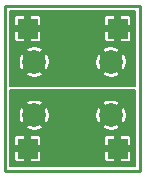
<source format=gbr>
G04 #@! TF.GenerationSoftware,KiCad,Pcbnew,(5.1.8)-1*
G04 #@! TF.CreationDate,2021-06-11T10:05:30-05:00*
G04 #@! TF.ProjectId,Tactile_Switch_Adapter,54616374-696c-4655-9f53-77697463685f,1A*
G04 #@! TF.SameCoordinates,Original*
G04 #@! TF.FileFunction,Copper,L1,Top*
G04 #@! TF.FilePolarity,Positive*
%FSLAX46Y46*%
G04 Gerber Fmt 4.6, Leading zero omitted, Abs format (unit mm)*
G04 Created by KiCad (PCBNEW (5.1.8)-1) date 2021-06-11 10:05:30*
%MOMM*%
%LPD*%
G01*
G04 APERTURE LIST*
G04 #@! TA.AperFunction,Profile*
%ADD10C,0.254000*%
G04 #@! TD*
G04 #@! TA.AperFunction,ComponentPad*
%ADD11C,2.000000*%
G04 #@! TD*
G04 #@! TA.AperFunction,ComponentPad*
%ADD12R,1.700000X1.700000*%
G04 #@! TD*
G04 #@! TA.AperFunction,Conductor*
%ADD13C,0.127000*%
G04 #@! TD*
G04 #@! TA.AperFunction,Conductor*
%ADD14C,0.150000*%
G04 #@! TD*
G04 APERTURE END LIST*
D10*
X94270000Y-107000000D02*
X105730000Y-107000000D01*
X105730000Y-107000000D02*
X105730000Y-93000000D01*
X94270000Y-93000000D02*
X94270000Y-107000000D01*
X94270000Y-93000000D02*
X105730000Y-93000000D01*
D11*
X103250000Y-97750000D03*
X103250000Y-102250000D03*
X96750000Y-97750000D03*
X96750000Y-102250000D03*
D12*
X96190000Y-105080000D03*
X103810000Y-94920000D03*
X103810000Y-105080000D03*
X96190000Y-94920000D03*
D13*
X105285501Y-99758500D02*
X94714500Y-99758500D01*
X94714500Y-98754327D01*
X96015081Y-98754327D01*
X96134062Y-98921864D01*
X96374516Y-99019511D01*
X96629400Y-99068371D01*
X96888919Y-99066567D01*
X97143099Y-99014168D01*
X97365938Y-98921864D01*
X97484919Y-98754327D01*
X102515081Y-98754327D01*
X102634062Y-98921864D01*
X102874516Y-99019511D01*
X103129400Y-99068371D01*
X103388919Y-99066567D01*
X103643099Y-99014168D01*
X103865938Y-98921864D01*
X103984919Y-98754327D01*
X103250000Y-98019408D01*
X102515081Y-98754327D01*
X97484919Y-98754327D01*
X96750000Y-98019408D01*
X96015081Y-98754327D01*
X94714500Y-98754327D01*
X94714500Y-97629400D01*
X95431629Y-97629400D01*
X95433433Y-97888919D01*
X95485832Y-98143099D01*
X95578136Y-98365938D01*
X95745673Y-98484919D01*
X96480592Y-97750000D01*
X97019408Y-97750000D01*
X97754327Y-98484919D01*
X97921864Y-98365938D01*
X98019511Y-98125484D01*
X98068371Y-97870600D01*
X98066695Y-97629400D01*
X101931629Y-97629400D01*
X101933433Y-97888919D01*
X101985832Y-98143099D01*
X102078136Y-98365938D01*
X102245673Y-98484919D01*
X102980592Y-97750000D01*
X103519408Y-97750000D01*
X104254327Y-98484919D01*
X104421864Y-98365938D01*
X104519511Y-98125484D01*
X104568371Y-97870600D01*
X104566567Y-97611081D01*
X104514168Y-97356901D01*
X104421864Y-97134062D01*
X104254327Y-97015081D01*
X103519408Y-97750000D01*
X102980592Y-97750000D01*
X102245673Y-97015081D01*
X102078136Y-97134062D01*
X101980489Y-97374516D01*
X101931629Y-97629400D01*
X98066695Y-97629400D01*
X98066567Y-97611081D01*
X98014168Y-97356901D01*
X97921864Y-97134062D01*
X97754327Y-97015081D01*
X97019408Y-97750000D01*
X96480592Y-97750000D01*
X95745673Y-97015081D01*
X95578136Y-97134062D01*
X95480489Y-97374516D01*
X95431629Y-97629400D01*
X94714500Y-97629400D01*
X94714500Y-96745673D01*
X96015081Y-96745673D01*
X96750000Y-97480592D01*
X97484919Y-96745673D01*
X102515081Y-96745673D01*
X103250000Y-97480592D01*
X103984919Y-96745673D01*
X103865938Y-96578136D01*
X103625484Y-96480489D01*
X103370600Y-96431629D01*
X103111081Y-96433433D01*
X102856901Y-96485832D01*
X102634062Y-96578136D01*
X102515081Y-96745673D01*
X97484919Y-96745673D01*
X97365938Y-96578136D01*
X97125484Y-96480489D01*
X96870600Y-96431629D01*
X96611081Y-96433433D01*
X96356901Y-96485832D01*
X96134062Y-96578136D01*
X96015081Y-96745673D01*
X94714500Y-96745673D01*
X94714500Y-95770000D01*
X95020964Y-95770000D01*
X95027094Y-95832241D01*
X95045249Y-95892090D01*
X95074731Y-95947247D01*
X95114407Y-95995593D01*
X95162753Y-96035269D01*
X95217910Y-96064751D01*
X95277759Y-96082906D01*
X95340000Y-96089036D01*
X95920125Y-96087500D01*
X95999500Y-96008125D01*
X95999500Y-95110500D01*
X96380500Y-95110500D01*
X96380500Y-96008125D01*
X96459875Y-96087500D01*
X97040000Y-96089036D01*
X97102241Y-96082906D01*
X97162090Y-96064751D01*
X97217247Y-96035269D01*
X97265593Y-95995593D01*
X97305269Y-95947247D01*
X97334751Y-95892090D01*
X97352906Y-95832241D01*
X97359036Y-95770000D01*
X102640964Y-95770000D01*
X102647094Y-95832241D01*
X102665249Y-95892090D01*
X102694731Y-95947247D01*
X102734407Y-95995593D01*
X102782753Y-96035269D01*
X102837910Y-96064751D01*
X102897759Y-96082906D01*
X102960000Y-96089036D01*
X103540125Y-96087500D01*
X103619500Y-96008125D01*
X103619500Y-95110500D01*
X104000500Y-95110500D01*
X104000500Y-96008125D01*
X104079875Y-96087500D01*
X104660000Y-96089036D01*
X104722241Y-96082906D01*
X104782090Y-96064751D01*
X104837247Y-96035269D01*
X104885593Y-95995593D01*
X104925269Y-95947247D01*
X104954751Y-95892090D01*
X104972906Y-95832241D01*
X104979036Y-95770000D01*
X104977500Y-95189875D01*
X104898125Y-95110500D01*
X104000500Y-95110500D01*
X103619500Y-95110500D01*
X102721875Y-95110500D01*
X102642500Y-95189875D01*
X102640964Y-95770000D01*
X97359036Y-95770000D01*
X97357500Y-95189875D01*
X97278125Y-95110500D01*
X96380500Y-95110500D01*
X95999500Y-95110500D01*
X95101875Y-95110500D01*
X95022500Y-95189875D01*
X95020964Y-95770000D01*
X94714500Y-95770000D01*
X94714500Y-94070000D01*
X95020964Y-94070000D01*
X95022500Y-94650125D01*
X95101875Y-94729500D01*
X95999500Y-94729500D01*
X95999500Y-93831875D01*
X96380500Y-93831875D01*
X96380500Y-94729500D01*
X97278125Y-94729500D01*
X97357500Y-94650125D01*
X97359036Y-94070000D01*
X102640964Y-94070000D01*
X102642500Y-94650125D01*
X102721875Y-94729500D01*
X103619500Y-94729500D01*
X103619500Y-93831875D01*
X104000500Y-93831875D01*
X104000500Y-94729500D01*
X104898125Y-94729500D01*
X104977500Y-94650125D01*
X104979036Y-94070000D01*
X104972906Y-94007759D01*
X104954751Y-93947910D01*
X104925269Y-93892753D01*
X104885593Y-93844407D01*
X104837247Y-93804731D01*
X104782090Y-93775249D01*
X104722241Y-93757094D01*
X104660000Y-93750964D01*
X104079875Y-93752500D01*
X104000500Y-93831875D01*
X103619500Y-93831875D01*
X103540125Y-93752500D01*
X102960000Y-93750964D01*
X102897759Y-93757094D01*
X102837910Y-93775249D01*
X102782753Y-93804731D01*
X102734407Y-93844407D01*
X102694731Y-93892753D01*
X102665249Y-93947910D01*
X102647094Y-94007759D01*
X102640964Y-94070000D01*
X97359036Y-94070000D01*
X97352906Y-94007759D01*
X97334751Y-93947910D01*
X97305269Y-93892753D01*
X97265593Y-93844407D01*
X97217247Y-93804731D01*
X97162090Y-93775249D01*
X97102241Y-93757094D01*
X97040000Y-93750964D01*
X96459875Y-93752500D01*
X96380500Y-93831875D01*
X95999500Y-93831875D01*
X95920125Y-93752500D01*
X95340000Y-93750964D01*
X95277759Y-93757094D01*
X95217910Y-93775249D01*
X95162753Y-93804731D01*
X95114407Y-93844407D01*
X95074731Y-93892753D01*
X95045249Y-93947910D01*
X95027094Y-94007759D01*
X95020964Y-94070000D01*
X94714500Y-94070000D01*
X94714500Y-93444500D01*
X105285501Y-93444500D01*
X105285501Y-99758500D01*
G04 #@! TA.AperFunction,Conductor*
D14*
G36*
X105285501Y-99758500D02*
G01*
X94714500Y-99758500D01*
X94714500Y-98754327D01*
X96015081Y-98754327D01*
X96134062Y-98921864D01*
X96374516Y-99019511D01*
X96629400Y-99068371D01*
X96888919Y-99066567D01*
X97143099Y-99014168D01*
X97365938Y-98921864D01*
X97484919Y-98754327D01*
X102515081Y-98754327D01*
X102634062Y-98921864D01*
X102874516Y-99019511D01*
X103129400Y-99068371D01*
X103388919Y-99066567D01*
X103643099Y-99014168D01*
X103865938Y-98921864D01*
X103984919Y-98754327D01*
X103250000Y-98019408D01*
X102515081Y-98754327D01*
X97484919Y-98754327D01*
X96750000Y-98019408D01*
X96015081Y-98754327D01*
X94714500Y-98754327D01*
X94714500Y-97629400D01*
X95431629Y-97629400D01*
X95433433Y-97888919D01*
X95485832Y-98143099D01*
X95578136Y-98365938D01*
X95745673Y-98484919D01*
X96480592Y-97750000D01*
X97019408Y-97750000D01*
X97754327Y-98484919D01*
X97921864Y-98365938D01*
X98019511Y-98125484D01*
X98068371Y-97870600D01*
X98066695Y-97629400D01*
X101931629Y-97629400D01*
X101933433Y-97888919D01*
X101985832Y-98143099D01*
X102078136Y-98365938D01*
X102245673Y-98484919D01*
X102980592Y-97750000D01*
X103519408Y-97750000D01*
X104254327Y-98484919D01*
X104421864Y-98365938D01*
X104519511Y-98125484D01*
X104568371Y-97870600D01*
X104566567Y-97611081D01*
X104514168Y-97356901D01*
X104421864Y-97134062D01*
X104254327Y-97015081D01*
X103519408Y-97750000D01*
X102980592Y-97750000D01*
X102245673Y-97015081D01*
X102078136Y-97134062D01*
X101980489Y-97374516D01*
X101931629Y-97629400D01*
X98066695Y-97629400D01*
X98066567Y-97611081D01*
X98014168Y-97356901D01*
X97921864Y-97134062D01*
X97754327Y-97015081D01*
X97019408Y-97750000D01*
X96480592Y-97750000D01*
X95745673Y-97015081D01*
X95578136Y-97134062D01*
X95480489Y-97374516D01*
X95431629Y-97629400D01*
X94714500Y-97629400D01*
X94714500Y-96745673D01*
X96015081Y-96745673D01*
X96750000Y-97480592D01*
X97484919Y-96745673D01*
X102515081Y-96745673D01*
X103250000Y-97480592D01*
X103984919Y-96745673D01*
X103865938Y-96578136D01*
X103625484Y-96480489D01*
X103370600Y-96431629D01*
X103111081Y-96433433D01*
X102856901Y-96485832D01*
X102634062Y-96578136D01*
X102515081Y-96745673D01*
X97484919Y-96745673D01*
X97365938Y-96578136D01*
X97125484Y-96480489D01*
X96870600Y-96431629D01*
X96611081Y-96433433D01*
X96356901Y-96485832D01*
X96134062Y-96578136D01*
X96015081Y-96745673D01*
X94714500Y-96745673D01*
X94714500Y-95770000D01*
X95020964Y-95770000D01*
X95027094Y-95832241D01*
X95045249Y-95892090D01*
X95074731Y-95947247D01*
X95114407Y-95995593D01*
X95162753Y-96035269D01*
X95217910Y-96064751D01*
X95277759Y-96082906D01*
X95340000Y-96089036D01*
X95920125Y-96087500D01*
X95999500Y-96008125D01*
X95999500Y-95110500D01*
X96380500Y-95110500D01*
X96380500Y-96008125D01*
X96459875Y-96087500D01*
X97040000Y-96089036D01*
X97102241Y-96082906D01*
X97162090Y-96064751D01*
X97217247Y-96035269D01*
X97265593Y-95995593D01*
X97305269Y-95947247D01*
X97334751Y-95892090D01*
X97352906Y-95832241D01*
X97359036Y-95770000D01*
X102640964Y-95770000D01*
X102647094Y-95832241D01*
X102665249Y-95892090D01*
X102694731Y-95947247D01*
X102734407Y-95995593D01*
X102782753Y-96035269D01*
X102837910Y-96064751D01*
X102897759Y-96082906D01*
X102960000Y-96089036D01*
X103540125Y-96087500D01*
X103619500Y-96008125D01*
X103619500Y-95110500D01*
X104000500Y-95110500D01*
X104000500Y-96008125D01*
X104079875Y-96087500D01*
X104660000Y-96089036D01*
X104722241Y-96082906D01*
X104782090Y-96064751D01*
X104837247Y-96035269D01*
X104885593Y-95995593D01*
X104925269Y-95947247D01*
X104954751Y-95892090D01*
X104972906Y-95832241D01*
X104979036Y-95770000D01*
X104977500Y-95189875D01*
X104898125Y-95110500D01*
X104000500Y-95110500D01*
X103619500Y-95110500D01*
X102721875Y-95110500D01*
X102642500Y-95189875D01*
X102640964Y-95770000D01*
X97359036Y-95770000D01*
X97357500Y-95189875D01*
X97278125Y-95110500D01*
X96380500Y-95110500D01*
X95999500Y-95110500D01*
X95101875Y-95110500D01*
X95022500Y-95189875D01*
X95020964Y-95770000D01*
X94714500Y-95770000D01*
X94714500Y-94070000D01*
X95020964Y-94070000D01*
X95022500Y-94650125D01*
X95101875Y-94729500D01*
X95999500Y-94729500D01*
X95999500Y-93831875D01*
X96380500Y-93831875D01*
X96380500Y-94729500D01*
X97278125Y-94729500D01*
X97357500Y-94650125D01*
X97359036Y-94070000D01*
X102640964Y-94070000D01*
X102642500Y-94650125D01*
X102721875Y-94729500D01*
X103619500Y-94729500D01*
X103619500Y-93831875D01*
X104000500Y-93831875D01*
X104000500Y-94729500D01*
X104898125Y-94729500D01*
X104977500Y-94650125D01*
X104979036Y-94070000D01*
X104972906Y-94007759D01*
X104954751Y-93947910D01*
X104925269Y-93892753D01*
X104885593Y-93844407D01*
X104837247Y-93804731D01*
X104782090Y-93775249D01*
X104722241Y-93757094D01*
X104660000Y-93750964D01*
X104079875Y-93752500D01*
X104000500Y-93831875D01*
X103619500Y-93831875D01*
X103540125Y-93752500D01*
X102960000Y-93750964D01*
X102897759Y-93757094D01*
X102837910Y-93775249D01*
X102782753Y-93804731D01*
X102734407Y-93844407D01*
X102694731Y-93892753D01*
X102665249Y-93947910D01*
X102647094Y-94007759D01*
X102640964Y-94070000D01*
X97359036Y-94070000D01*
X97352906Y-94007759D01*
X97334751Y-93947910D01*
X97305269Y-93892753D01*
X97265593Y-93844407D01*
X97217247Y-93804731D01*
X97162090Y-93775249D01*
X97102241Y-93757094D01*
X97040000Y-93750964D01*
X96459875Y-93752500D01*
X96380500Y-93831875D01*
X95999500Y-93831875D01*
X95920125Y-93752500D01*
X95340000Y-93750964D01*
X95277759Y-93757094D01*
X95217910Y-93775249D01*
X95162753Y-93804731D01*
X95114407Y-93844407D01*
X95074731Y-93892753D01*
X95045249Y-93947910D01*
X95027094Y-94007759D01*
X95020964Y-94070000D01*
X94714500Y-94070000D01*
X94714500Y-93444500D01*
X105285501Y-93444500D01*
X105285501Y-99758500D01*
G37*
G04 #@! TD.AperFunction*
D13*
X105285500Y-106555500D02*
X94714500Y-106555500D01*
X94714500Y-105930000D01*
X95020964Y-105930000D01*
X95027094Y-105992241D01*
X95045249Y-106052090D01*
X95074731Y-106107247D01*
X95114407Y-106155593D01*
X95162753Y-106195269D01*
X95217910Y-106224751D01*
X95277759Y-106242906D01*
X95340000Y-106249036D01*
X95920125Y-106247500D01*
X95999500Y-106168125D01*
X95999500Y-105270500D01*
X96380500Y-105270500D01*
X96380500Y-106168125D01*
X96459875Y-106247500D01*
X97040000Y-106249036D01*
X97102241Y-106242906D01*
X97162090Y-106224751D01*
X97217247Y-106195269D01*
X97265593Y-106155593D01*
X97305269Y-106107247D01*
X97334751Y-106052090D01*
X97352906Y-105992241D01*
X97359036Y-105930000D01*
X102640964Y-105930000D01*
X102647094Y-105992241D01*
X102665249Y-106052090D01*
X102694731Y-106107247D01*
X102734407Y-106155593D01*
X102782753Y-106195269D01*
X102837910Y-106224751D01*
X102897759Y-106242906D01*
X102960000Y-106249036D01*
X103540125Y-106247500D01*
X103619500Y-106168125D01*
X103619500Y-105270500D01*
X104000500Y-105270500D01*
X104000500Y-106168125D01*
X104079875Y-106247500D01*
X104660000Y-106249036D01*
X104722241Y-106242906D01*
X104782090Y-106224751D01*
X104837247Y-106195269D01*
X104885593Y-106155593D01*
X104925269Y-106107247D01*
X104954751Y-106052090D01*
X104972906Y-105992241D01*
X104979036Y-105930000D01*
X104977500Y-105349875D01*
X104898125Y-105270500D01*
X104000500Y-105270500D01*
X103619500Y-105270500D01*
X102721875Y-105270500D01*
X102642500Y-105349875D01*
X102640964Y-105930000D01*
X97359036Y-105930000D01*
X97357500Y-105349875D01*
X97278125Y-105270500D01*
X96380500Y-105270500D01*
X95999500Y-105270500D01*
X95101875Y-105270500D01*
X95022500Y-105349875D01*
X95020964Y-105930000D01*
X94714500Y-105930000D01*
X94714500Y-104230000D01*
X95020964Y-104230000D01*
X95022500Y-104810125D01*
X95101875Y-104889500D01*
X95999500Y-104889500D01*
X95999500Y-103991875D01*
X96380500Y-103991875D01*
X96380500Y-104889500D01*
X97278125Y-104889500D01*
X97357500Y-104810125D01*
X97359036Y-104230000D01*
X102640964Y-104230000D01*
X102642500Y-104810125D01*
X102721875Y-104889500D01*
X103619500Y-104889500D01*
X103619500Y-103991875D01*
X104000500Y-103991875D01*
X104000500Y-104889500D01*
X104898125Y-104889500D01*
X104977500Y-104810125D01*
X104979036Y-104230000D01*
X104972906Y-104167759D01*
X104954751Y-104107910D01*
X104925269Y-104052753D01*
X104885593Y-104004407D01*
X104837247Y-103964731D01*
X104782090Y-103935249D01*
X104722241Y-103917094D01*
X104660000Y-103910964D01*
X104079875Y-103912500D01*
X104000500Y-103991875D01*
X103619500Y-103991875D01*
X103540125Y-103912500D01*
X102960000Y-103910964D01*
X102897759Y-103917094D01*
X102837910Y-103935249D01*
X102782753Y-103964731D01*
X102734407Y-104004407D01*
X102694731Y-104052753D01*
X102665249Y-104107910D01*
X102647094Y-104167759D01*
X102640964Y-104230000D01*
X97359036Y-104230000D01*
X97352906Y-104167759D01*
X97334751Y-104107910D01*
X97305269Y-104052753D01*
X97265593Y-104004407D01*
X97217247Y-103964731D01*
X97162090Y-103935249D01*
X97102241Y-103917094D01*
X97040000Y-103910964D01*
X96459875Y-103912500D01*
X96380500Y-103991875D01*
X95999500Y-103991875D01*
X95920125Y-103912500D01*
X95340000Y-103910964D01*
X95277759Y-103917094D01*
X95217910Y-103935249D01*
X95162753Y-103964731D01*
X95114407Y-104004407D01*
X95074731Y-104052753D01*
X95045249Y-104107910D01*
X95027094Y-104167759D01*
X95020964Y-104230000D01*
X94714500Y-104230000D01*
X94714500Y-103254327D01*
X96015081Y-103254327D01*
X96134062Y-103421864D01*
X96374516Y-103519511D01*
X96629400Y-103568371D01*
X96888919Y-103566567D01*
X97143099Y-103514168D01*
X97365938Y-103421864D01*
X97484919Y-103254327D01*
X102515081Y-103254327D01*
X102634062Y-103421864D01*
X102874516Y-103519511D01*
X103129400Y-103568371D01*
X103388919Y-103566567D01*
X103643099Y-103514168D01*
X103865938Y-103421864D01*
X103984919Y-103254327D01*
X103250000Y-102519408D01*
X102515081Y-103254327D01*
X97484919Y-103254327D01*
X96750000Y-102519408D01*
X96015081Y-103254327D01*
X94714500Y-103254327D01*
X94714500Y-102129400D01*
X95431629Y-102129400D01*
X95433433Y-102388919D01*
X95485832Y-102643099D01*
X95578136Y-102865938D01*
X95745673Y-102984919D01*
X96480592Y-102250000D01*
X97019408Y-102250000D01*
X97754327Y-102984919D01*
X97921864Y-102865938D01*
X98019511Y-102625484D01*
X98068371Y-102370600D01*
X98066695Y-102129400D01*
X101931629Y-102129400D01*
X101933433Y-102388919D01*
X101985832Y-102643099D01*
X102078136Y-102865938D01*
X102245673Y-102984919D01*
X102980592Y-102250000D01*
X103519408Y-102250000D01*
X104254327Y-102984919D01*
X104421864Y-102865938D01*
X104519511Y-102625484D01*
X104568371Y-102370600D01*
X104566567Y-102111081D01*
X104514168Y-101856901D01*
X104421864Y-101634062D01*
X104254327Y-101515081D01*
X103519408Y-102250000D01*
X102980592Y-102250000D01*
X102245673Y-101515081D01*
X102078136Y-101634062D01*
X101980489Y-101874516D01*
X101931629Y-102129400D01*
X98066695Y-102129400D01*
X98066567Y-102111081D01*
X98014168Y-101856901D01*
X97921864Y-101634062D01*
X97754327Y-101515081D01*
X97019408Y-102250000D01*
X96480592Y-102250000D01*
X95745673Y-101515081D01*
X95578136Y-101634062D01*
X95480489Y-101874516D01*
X95431629Y-102129400D01*
X94714500Y-102129400D01*
X94714500Y-101245673D01*
X96015081Y-101245673D01*
X96750000Y-101980592D01*
X97484919Y-101245673D01*
X102515081Y-101245673D01*
X103250000Y-101980592D01*
X103984919Y-101245673D01*
X103865938Y-101078136D01*
X103625484Y-100980489D01*
X103370600Y-100931629D01*
X103111081Y-100933433D01*
X102856901Y-100985832D01*
X102634062Y-101078136D01*
X102515081Y-101245673D01*
X97484919Y-101245673D01*
X97365938Y-101078136D01*
X97125484Y-100980489D01*
X96870600Y-100931629D01*
X96611081Y-100933433D01*
X96356901Y-100985832D01*
X96134062Y-101078136D01*
X96015081Y-101245673D01*
X94714500Y-101245673D01*
X94714500Y-100139500D01*
X105285500Y-100139500D01*
X105285500Y-106555500D01*
G04 #@! TA.AperFunction,Conductor*
D14*
G36*
X105285500Y-106555500D02*
G01*
X94714500Y-106555500D01*
X94714500Y-105930000D01*
X95020964Y-105930000D01*
X95027094Y-105992241D01*
X95045249Y-106052090D01*
X95074731Y-106107247D01*
X95114407Y-106155593D01*
X95162753Y-106195269D01*
X95217910Y-106224751D01*
X95277759Y-106242906D01*
X95340000Y-106249036D01*
X95920125Y-106247500D01*
X95999500Y-106168125D01*
X95999500Y-105270500D01*
X96380500Y-105270500D01*
X96380500Y-106168125D01*
X96459875Y-106247500D01*
X97040000Y-106249036D01*
X97102241Y-106242906D01*
X97162090Y-106224751D01*
X97217247Y-106195269D01*
X97265593Y-106155593D01*
X97305269Y-106107247D01*
X97334751Y-106052090D01*
X97352906Y-105992241D01*
X97359036Y-105930000D01*
X102640964Y-105930000D01*
X102647094Y-105992241D01*
X102665249Y-106052090D01*
X102694731Y-106107247D01*
X102734407Y-106155593D01*
X102782753Y-106195269D01*
X102837910Y-106224751D01*
X102897759Y-106242906D01*
X102960000Y-106249036D01*
X103540125Y-106247500D01*
X103619500Y-106168125D01*
X103619500Y-105270500D01*
X104000500Y-105270500D01*
X104000500Y-106168125D01*
X104079875Y-106247500D01*
X104660000Y-106249036D01*
X104722241Y-106242906D01*
X104782090Y-106224751D01*
X104837247Y-106195269D01*
X104885593Y-106155593D01*
X104925269Y-106107247D01*
X104954751Y-106052090D01*
X104972906Y-105992241D01*
X104979036Y-105930000D01*
X104977500Y-105349875D01*
X104898125Y-105270500D01*
X104000500Y-105270500D01*
X103619500Y-105270500D01*
X102721875Y-105270500D01*
X102642500Y-105349875D01*
X102640964Y-105930000D01*
X97359036Y-105930000D01*
X97357500Y-105349875D01*
X97278125Y-105270500D01*
X96380500Y-105270500D01*
X95999500Y-105270500D01*
X95101875Y-105270500D01*
X95022500Y-105349875D01*
X95020964Y-105930000D01*
X94714500Y-105930000D01*
X94714500Y-104230000D01*
X95020964Y-104230000D01*
X95022500Y-104810125D01*
X95101875Y-104889500D01*
X95999500Y-104889500D01*
X95999500Y-103991875D01*
X96380500Y-103991875D01*
X96380500Y-104889500D01*
X97278125Y-104889500D01*
X97357500Y-104810125D01*
X97359036Y-104230000D01*
X102640964Y-104230000D01*
X102642500Y-104810125D01*
X102721875Y-104889500D01*
X103619500Y-104889500D01*
X103619500Y-103991875D01*
X104000500Y-103991875D01*
X104000500Y-104889500D01*
X104898125Y-104889500D01*
X104977500Y-104810125D01*
X104979036Y-104230000D01*
X104972906Y-104167759D01*
X104954751Y-104107910D01*
X104925269Y-104052753D01*
X104885593Y-104004407D01*
X104837247Y-103964731D01*
X104782090Y-103935249D01*
X104722241Y-103917094D01*
X104660000Y-103910964D01*
X104079875Y-103912500D01*
X104000500Y-103991875D01*
X103619500Y-103991875D01*
X103540125Y-103912500D01*
X102960000Y-103910964D01*
X102897759Y-103917094D01*
X102837910Y-103935249D01*
X102782753Y-103964731D01*
X102734407Y-104004407D01*
X102694731Y-104052753D01*
X102665249Y-104107910D01*
X102647094Y-104167759D01*
X102640964Y-104230000D01*
X97359036Y-104230000D01*
X97352906Y-104167759D01*
X97334751Y-104107910D01*
X97305269Y-104052753D01*
X97265593Y-104004407D01*
X97217247Y-103964731D01*
X97162090Y-103935249D01*
X97102241Y-103917094D01*
X97040000Y-103910964D01*
X96459875Y-103912500D01*
X96380500Y-103991875D01*
X95999500Y-103991875D01*
X95920125Y-103912500D01*
X95340000Y-103910964D01*
X95277759Y-103917094D01*
X95217910Y-103935249D01*
X95162753Y-103964731D01*
X95114407Y-104004407D01*
X95074731Y-104052753D01*
X95045249Y-104107910D01*
X95027094Y-104167759D01*
X95020964Y-104230000D01*
X94714500Y-104230000D01*
X94714500Y-103254327D01*
X96015081Y-103254327D01*
X96134062Y-103421864D01*
X96374516Y-103519511D01*
X96629400Y-103568371D01*
X96888919Y-103566567D01*
X97143099Y-103514168D01*
X97365938Y-103421864D01*
X97484919Y-103254327D01*
X102515081Y-103254327D01*
X102634062Y-103421864D01*
X102874516Y-103519511D01*
X103129400Y-103568371D01*
X103388919Y-103566567D01*
X103643099Y-103514168D01*
X103865938Y-103421864D01*
X103984919Y-103254327D01*
X103250000Y-102519408D01*
X102515081Y-103254327D01*
X97484919Y-103254327D01*
X96750000Y-102519408D01*
X96015081Y-103254327D01*
X94714500Y-103254327D01*
X94714500Y-102129400D01*
X95431629Y-102129400D01*
X95433433Y-102388919D01*
X95485832Y-102643099D01*
X95578136Y-102865938D01*
X95745673Y-102984919D01*
X96480592Y-102250000D01*
X97019408Y-102250000D01*
X97754327Y-102984919D01*
X97921864Y-102865938D01*
X98019511Y-102625484D01*
X98068371Y-102370600D01*
X98066695Y-102129400D01*
X101931629Y-102129400D01*
X101933433Y-102388919D01*
X101985832Y-102643099D01*
X102078136Y-102865938D01*
X102245673Y-102984919D01*
X102980592Y-102250000D01*
X103519408Y-102250000D01*
X104254327Y-102984919D01*
X104421864Y-102865938D01*
X104519511Y-102625484D01*
X104568371Y-102370600D01*
X104566567Y-102111081D01*
X104514168Y-101856901D01*
X104421864Y-101634062D01*
X104254327Y-101515081D01*
X103519408Y-102250000D01*
X102980592Y-102250000D01*
X102245673Y-101515081D01*
X102078136Y-101634062D01*
X101980489Y-101874516D01*
X101931629Y-102129400D01*
X98066695Y-102129400D01*
X98066567Y-102111081D01*
X98014168Y-101856901D01*
X97921864Y-101634062D01*
X97754327Y-101515081D01*
X97019408Y-102250000D01*
X96480592Y-102250000D01*
X95745673Y-101515081D01*
X95578136Y-101634062D01*
X95480489Y-101874516D01*
X95431629Y-102129400D01*
X94714500Y-102129400D01*
X94714500Y-101245673D01*
X96015081Y-101245673D01*
X96750000Y-101980592D01*
X97484919Y-101245673D01*
X102515081Y-101245673D01*
X103250000Y-101980592D01*
X103984919Y-101245673D01*
X103865938Y-101078136D01*
X103625484Y-100980489D01*
X103370600Y-100931629D01*
X103111081Y-100933433D01*
X102856901Y-100985832D01*
X102634062Y-101078136D01*
X102515081Y-101245673D01*
X97484919Y-101245673D01*
X97365938Y-101078136D01*
X97125484Y-100980489D01*
X96870600Y-100931629D01*
X96611081Y-100933433D01*
X96356901Y-100985832D01*
X96134062Y-101078136D01*
X96015081Y-101245673D01*
X94714500Y-101245673D01*
X94714500Y-100139500D01*
X105285500Y-100139500D01*
X105285500Y-106555500D01*
G37*
G04 #@! TD.AperFunction*
M02*

</source>
